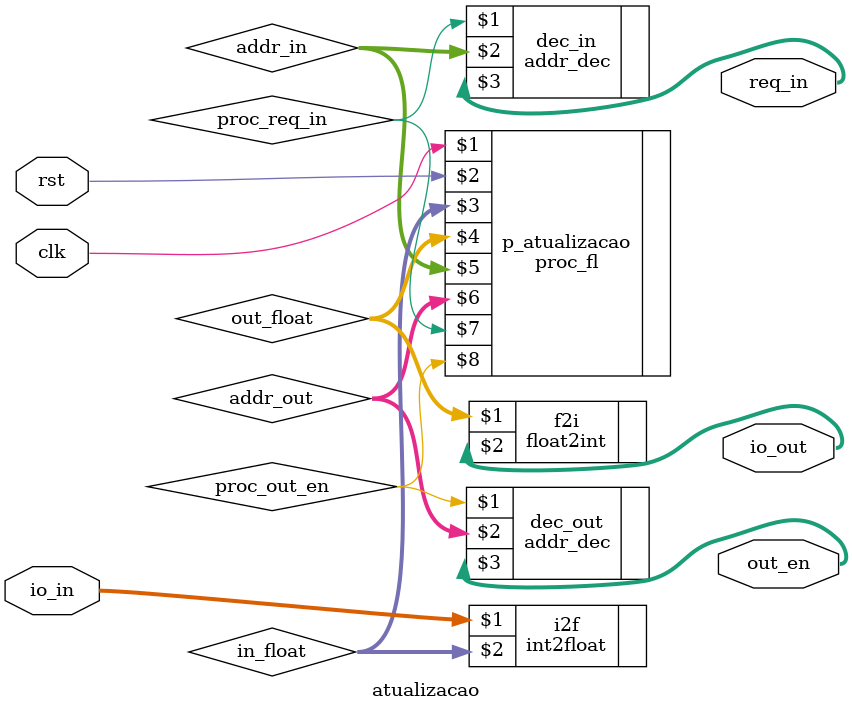
<source format=v>
module atualizacao (
input clk, rst,
input signed [18:0] io_in,
output signed [27:0] io_out,
output [3:0] req_in,
output [3:0] out_en);

wire signed [27:0] in_float;
wire signed [27:0] out_float;

int2float #(.MAN(19),.EXP(8)) i2f (io_in, in_float);

wire proc_req_in, proc_out_en;
wire [1:0] addr_in;
wire [1:0] addr_out;

proc_fl #(.NBMANT(19),
.NBEXPO(8),
.MDATAS(100019),
.MINSTS(1077093),
.SDEPTH(4),
.NUIOIN(4),
.NUIOOU(4),
.CAL(1),
.SRF(1),
.EQU(1),
.LIN(1),
.LES(1),
.ADD(1),
.DIV(1),
.MLT(1),
.NEG(1),
.GRE(1),
.DFILE("C:/Users/ferre/Desktop/IC Luciano/Treniamento 2021/variaveis_06_05_21/treinamentoRedesNeurais/treinamento_dabson/atualizacao_data.mif"),
.IFILE("C:/Users/ferre/Desktop/IC Luciano/Treniamento 2021/variaveis_06_05_21/treinamentoRedesNeurais/treinamento_dabson/atualizacao_inst.mif")
) p_atualizacao (clk, rst, in_float, out_float, addr_in, addr_out, proc_req_in, proc_out_en);

float2int #(.EXP(8),.MAN(19)) f2i (out_float, io_out);

addr_dec #(4) dec_in (proc_req_in, addr_in , req_in);
addr_dec #(4) dec_out(proc_out_en, addr_out, out_en);

endmodule

</source>
